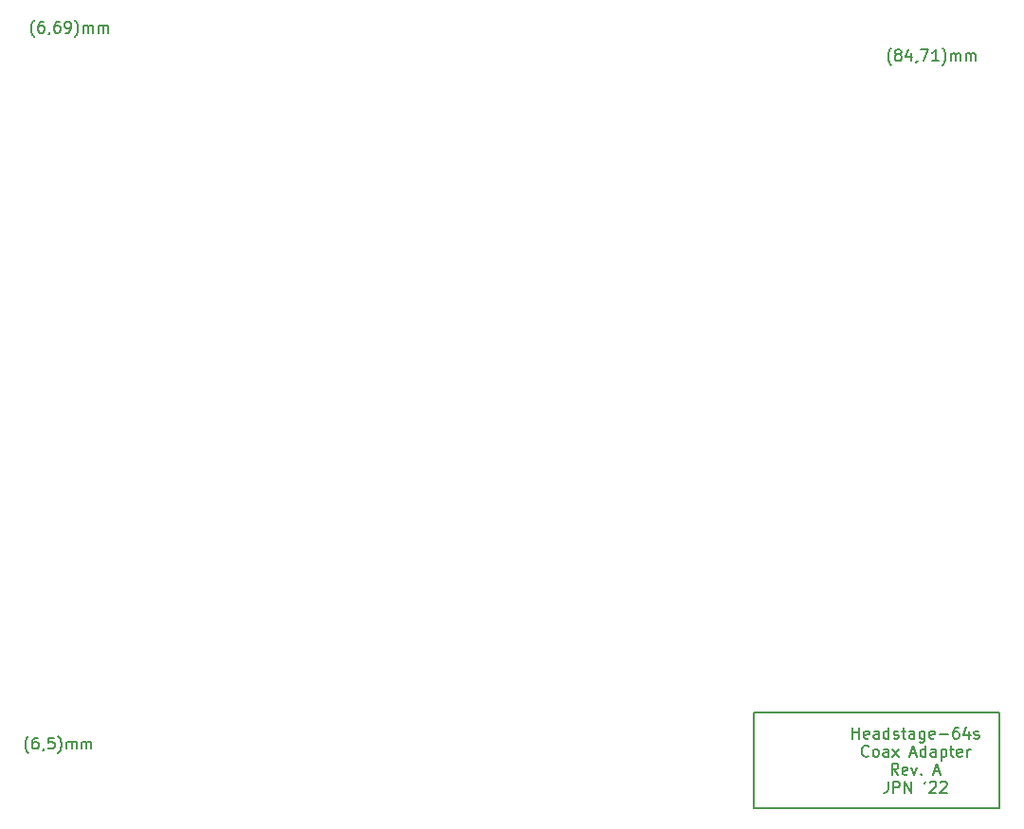
<source format=gto>
%TF.GenerationSoftware,KiCad,Pcbnew,(6.0.0)*%
%TF.CreationDate,2022-01-23T05:48:29-08:00*%
%TF.ProjectId,headstage-64s-coax-adapter_panel,68656164-7374-4616-9765-2d3634732d63,A*%
%TF.SameCoordinates,Original*%
%TF.FileFunction,Legend,Top*%
%TF.FilePolarity,Positive*%
%FSLAX46Y46*%
G04 Gerber Fmt 4.6, Leading zero omitted, Abs format (unit mm)*
G04 Created by KiCad (PCBNEW (6.0.0)) date 2022-01-23 05:48:29*
%MOMM*%
%LPD*%
G01*
G04 APERTURE LIST*
%ADD10C,0.150000*%
G04 APERTURE END LIST*
D10*
X205310000Y-115580000D02*
X227200000Y-115580000D01*
X227200000Y-115580000D02*
X227200000Y-124120000D01*
X227200000Y-124120000D02*
X205310000Y-124120000D01*
X205310000Y-124120000D02*
X205310000Y-115580000D01*
X140533333Y-119183333D02*
X140485714Y-119135714D01*
X140390476Y-118992857D01*
X140342857Y-118897619D01*
X140295238Y-118754761D01*
X140247619Y-118516666D01*
X140247619Y-118326190D01*
X140295238Y-118088095D01*
X140342857Y-117945238D01*
X140390476Y-117850000D01*
X140485714Y-117707142D01*
X140533333Y-117659523D01*
X141342857Y-117802380D02*
X141152380Y-117802380D01*
X141057142Y-117850000D01*
X141009523Y-117897619D01*
X140914285Y-118040476D01*
X140866666Y-118230952D01*
X140866666Y-118611904D01*
X140914285Y-118707142D01*
X140961904Y-118754761D01*
X141057142Y-118802380D01*
X141247619Y-118802380D01*
X141342857Y-118754761D01*
X141390476Y-118707142D01*
X141438095Y-118611904D01*
X141438095Y-118373809D01*
X141390476Y-118278571D01*
X141342857Y-118230952D01*
X141247619Y-118183333D01*
X141057142Y-118183333D01*
X140961904Y-118230952D01*
X140914285Y-118278571D01*
X140866666Y-118373809D01*
X141914285Y-118754761D02*
X141914285Y-118802380D01*
X141866666Y-118897619D01*
X141819047Y-118945238D01*
X142819047Y-117802380D02*
X142342857Y-117802380D01*
X142295238Y-118278571D01*
X142342857Y-118230952D01*
X142438095Y-118183333D01*
X142676190Y-118183333D01*
X142771428Y-118230952D01*
X142819047Y-118278571D01*
X142866666Y-118373809D01*
X142866666Y-118611904D01*
X142819047Y-118707142D01*
X142771428Y-118754761D01*
X142676190Y-118802380D01*
X142438095Y-118802380D01*
X142342857Y-118754761D01*
X142295238Y-118707142D01*
X143200000Y-119183333D02*
X143247619Y-119135714D01*
X143342857Y-118992857D01*
X143390476Y-118897619D01*
X143438095Y-118754761D01*
X143485714Y-118516666D01*
X143485714Y-118326190D01*
X143438095Y-118088095D01*
X143390476Y-117945238D01*
X143342857Y-117850000D01*
X143247619Y-117707142D01*
X143200000Y-117659523D01*
X143961904Y-118802380D02*
X143961904Y-118135714D01*
X143961904Y-118230952D02*
X144009523Y-118183333D01*
X144104761Y-118135714D01*
X144247619Y-118135714D01*
X144342857Y-118183333D01*
X144390476Y-118278571D01*
X144390476Y-118802380D01*
X144390476Y-118278571D02*
X144438095Y-118183333D01*
X144533333Y-118135714D01*
X144676190Y-118135714D01*
X144771428Y-118183333D01*
X144819047Y-118278571D01*
X144819047Y-118802380D01*
X145295238Y-118802380D02*
X145295238Y-118135714D01*
X145295238Y-118230952D02*
X145342857Y-118183333D01*
X145438095Y-118135714D01*
X145580952Y-118135714D01*
X145676190Y-118183333D01*
X145723809Y-118278571D01*
X145723809Y-118802380D01*
X145723809Y-118278571D02*
X145771428Y-118183333D01*
X145866666Y-118135714D01*
X146009523Y-118135714D01*
X146104761Y-118183333D01*
X146152380Y-118278571D01*
X146152380Y-118802380D01*
X141057142Y-55183333D02*
X141009523Y-55135714D01*
X140914285Y-54992857D01*
X140866666Y-54897619D01*
X140819047Y-54754761D01*
X140771428Y-54516666D01*
X140771428Y-54326190D01*
X140819047Y-54088095D01*
X140866666Y-53945238D01*
X140914285Y-53850000D01*
X141009523Y-53707142D01*
X141057142Y-53659523D01*
X141866666Y-53802380D02*
X141676190Y-53802380D01*
X141580952Y-53850000D01*
X141533333Y-53897619D01*
X141438095Y-54040476D01*
X141390476Y-54230952D01*
X141390476Y-54611904D01*
X141438095Y-54707142D01*
X141485714Y-54754761D01*
X141580952Y-54802380D01*
X141771428Y-54802380D01*
X141866666Y-54754761D01*
X141914285Y-54707142D01*
X141961904Y-54611904D01*
X141961904Y-54373809D01*
X141914285Y-54278571D01*
X141866666Y-54230952D01*
X141771428Y-54183333D01*
X141580952Y-54183333D01*
X141485714Y-54230952D01*
X141438095Y-54278571D01*
X141390476Y-54373809D01*
X142438095Y-54754761D02*
X142438095Y-54802380D01*
X142390476Y-54897619D01*
X142342857Y-54945238D01*
X143295238Y-53802380D02*
X143104761Y-53802380D01*
X143009523Y-53850000D01*
X142961904Y-53897619D01*
X142866666Y-54040476D01*
X142819047Y-54230952D01*
X142819047Y-54611904D01*
X142866666Y-54707142D01*
X142914285Y-54754761D01*
X143009523Y-54802380D01*
X143200000Y-54802380D01*
X143295238Y-54754761D01*
X143342857Y-54707142D01*
X143390476Y-54611904D01*
X143390476Y-54373809D01*
X143342857Y-54278571D01*
X143295238Y-54230952D01*
X143200000Y-54183333D01*
X143009523Y-54183333D01*
X142914285Y-54230952D01*
X142866666Y-54278571D01*
X142819047Y-54373809D01*
X143866666Y-54802380D02*
X144057142Y-54802380D01*
X144152380Y-54754761D01*
X144200000Y-54707142D01*
X144295238Y-54564285D01*
X144342857Y-54373809D01*
X144342857Y-53992857D01*
X144295238Y-53897619D01*
X144247619Y-53850000D01*
X144152380Y-53802380D01*
X143961904Y-53802380D01*
X143866666Y-53850000D01*
X143819047Y-53897619D01*
X143771428Y-53992857D01*
X143771428Y-54230952D01*
X143819047Y-54326190D01*
X143866666Y-54373809D01*
X143961904Y-54421428D01*
X144152380Y-54421428D01*
X144247619Y-54373809D01*
X144295238Y-54326190D01*
X144342857Y-54230952D01*
X144676190Y-55183333D02*
X144723809Y-55135714D01*
X144819047Y-54992857D01*
X144866666Y-54897619D01*
X144914285Y-54754761D01*
X144961904Y-54516666D01*
X144961904Y-54326190D01*
X144914285Y-54088095D01*
X144866666Y-53945238D01*
X144819047Y-53850000D01*
X144723809Y-53707142D01*
X144676190Y-53659523D01*
X145438095Y-54802380D02*
X145438095Y-54135714D01*
X145438095Y-54230952D02*
X145485714Y-54183333D01*
X145580952Y-54135714D01*
X145723809Y-54135714D01*
X145819047Y-54183333D01*
X145866666Y-54278571D01*
X145866666Y-54802380D01*
X145866666Y-54278571D02*
X145914285Y-54183333D01*
X146009523Y-54135714D01*
X146152380Y-54135714D01*
X146247619Y-54183333D01*
X146295238Y-54278571D01*
X146295238Y-54802380D01*
X146771428Y-54802380D02*
X146771428Y-54135714D01*
X146771428Y-54230952D02*
X146819047Y-54183333D01*
X146914285Y-54135714D01*
X147057142Y-54135714D01*
X147152380Y-54183333D01*
X147200000Y-54278571D01*
X147200000Y-54802380D01*
X147200000Y-54278571D02*
X147247619Y-54183333D01*
X147342857Y-54135714D01*
X147485714Y-54135714D01*
X147580952Y-54183333D01*
X147628571Y-54278571D01*
X147628571Y-54802380D01*
X214130952Y-117887380D02*
X214130952Y-116887380D01*
X214130952Y-117363571D02*
X214702380Y-117363571D01*
X214702380Y-117887380D02*
X214702380Y-116887380D01*
X215559523Y-117839761D02*
X215464285Y-117887380D01*
X215273809Y-117887380D01*
X215178571Y-117839761D01*
X215130952Y-117744523D01*
X215130952Y-117363571D01*
X215178571Y-117268333D01*
X215273809Y-117220714D01*
X215464285Y-117220714D01*
X215559523Y-117268333D01*
X215607142Y-117363571D01*
X215607142Y-117458809D01*
X215130952Y-117554047D01*
X216464285Y-117887380D02*
X216464285Y-117363571D01*
X216416666Y-117268333D01*
X216321428Y-117220714D01*
X216130952Y-117220714D01*
X216035714Y-117268333D01*
X216464285Y-117839761D02*
X216369047Y-117887380D01*
X216130952Y-117887380D01*
X216035714Y-117839761D01*
X215988095Y-117744523D01*
X215988095Y-117649285D01*
X216035714Y-117554047D01*
X216130952Y-117506428D01*
X216369047Y-117506428D01*
X216464285Y-117458809D01*
X217369047Y-117887380D02*
X217369047Y-116887380D01*
X217369047Y-117839761D02*
X217273809Y-117887380D01*
X217083333Y-117887380D01*
X216988095Y-117839761D01*
X216940476Y-117792142D01*
X216892857Y-117696904D01*
X216892857Y-117411190D01*
X216940476Y-117315952D01*
X216988095Y-117268333D01*
X217083333Y-117220714D01*
X217273809Y-117220714D01*
X217369047Y-117268333D01*
X217797619Y-117839761D02*
X217892857Y-117887380D01*
X218083333Y-117887380D01*
X218178571Y-117839761D01*
X218226190Y-117744523D01*
X218226190Y-117696904D01*
X218178571Y-117601666D01*
X218083333Y-117554047D01*
X217940476Y-117554047D01*
X217845238Y-117506428D01*
X217797619Y-117411190D01*
X217797619Y-117363571D01*
X217845238Y-117268333D01*
X217940476Y-117220714D01*
X218083333Y-117220714D01*
X218178571Y-117268333D01*
X218511904Y-117220714D02*
X218892857Y-117220714D01*
X218654761Y-116887380D02*
X218654761Y-117744523D01*
X218702380Y-117839761D01*
X218797619Y-117887380D01*
X218892857Y-117887380D01*
X219654761Y-117887380D02*
X219654761Y-117363571D01*
X219607142Y-117268333D01*
X219511904Y-117220714D01*
X219321428Y-117220714D01*
X219226190Y-117268333D01*
X219654761Y-117839761D02*
X219559523Y-117887380D01*
X219321428Y-117887380D01*
X219226190Y-117839761D01*
X219178571Y-117744523D01*
X219178571Y-117649285D01*
X219226190Y-117554047D01*
X219321428Y-117506428D01*
X219559523Y-117506428D01*
X219654761Y-117458809D01*
X220559523Y-117220714D02*
X220559523Y-118030238D01*
X220511904Y-118125476D01*
X220464285Y-118173095D01*
X220369047Y-118220714D01*
X220226190Y-118220714D01*
X220130952Y-118173095D01*
X220559523Y-117839761D02*
X220464285Y-117887380D01*
X220273809Y-117887380D01*
X220178571Y-117839761D01*
X220130952Y-117792142D01*
X220083333Y-117696904D01*
X220083333Y-117411190D01*
X220130952Y-117315952D01*
X220178571Y-117268333D01*
X220273809Y-117220714D01*
X220464285Y-117220714D01*
X220559523Y-117268333D01*
X221416666Y-117839761D02*
X221321428Y-117887380D01*
X221130952Y-117887380D01*
X221035714Y-117839761D01*
X220988095Y-117744523D01*
X220988095Y-117363571D01*
X221035714Y-117268333D01*
X221130952Y-117220714D01*
X221321428Y-117220714D01*
X221416666Y-117268333D01*
X221464285Y-117363571D01*
X221464285Y-117458809D01*
X220988095Y-117554047D01*
X221892857Y-117506428D02*
X222654761Y-117506428D01*
X223559523Y-116887380D02*
X223369047Y-116887380D01*
X223273809Y-116935000D01*
X223226190Y-116982619D01*
X223130952Y-117125476D01*
X223083333Y-117315952D01*
X223083333Y-117696904D01*
X223130952Y-117792142D01*
X223178571Y-117839761D01*
X223273809Y-117887380D01*
X223464285Y-117887380D01*
X223559523Y-117839761D01*
X223607142Y-117792142D01*
X223654761Y-117696904D01*
X223654761Y-117458809D01*
X223607142Y-117363571D01*
X223559523Y-117315952D01*
X223464285Y-117268333D01*
X223273809Y-117268333D01*
X223178571Y-117315952D01*
X223130952Y-117363571D01*
X223083333Y-117458809D01*
X224511904Y-117220714D02*
X224511904Y-117887380D01*
X224273809Y-116839761D02*
X224035714Y-117554047D01*
X224654761Y-117554047D01*
X224988095Y-117839761D02*
X225083333Y-117887380D01*
X225273809Y-117887380D01*
X225369047Y-117839761D01*
X225416666Y-117744523D01*
X225416666Y-117696904D01*
X225369047Y-117601666D01*
X225273809Y-117554047D01*
X225130952Y-117554047D01*
X225035714Y-117506428D01*
X224988095Y-117411190D01*
X224988095Y-117363571D01*
X225035714Y-117268333D01*
X225130952Y-117220714D01*
X225273809Y-117220714D01*
X225369047Y-117268333D01*
X215559523Y-119402142D02*
X215511904Y-119449761D01*
X215369047Y-119497380D01*
X215273809Y-119497380D01*
X215130952Y-119449761D01*
X215035714Y-119354523D01*
X214988095Y-119259285D01*
X214940476Y-119068809D01*
X214940476Y-118925952D01*
X214988095Y-118735476D01*
X215035714Y-118640238D01*
X215130952Y-118545000D01*
X215273809Y-118497380D01*
X215369047Y-118497380D01*
X215511904Y-118545000D01*
X215559523Y-118592619D01*
X216130952Y-119497380D02*
X216035714Y-119449761D01*
X215988095Y-119402142D01*
X215940476Y-119306904D01*
X215940476Y-119021190D01*
X215988095Y-118925952D01*
X216035714Y-118878333D01*
X216130952Y-118830714D01*
X216273809Y-118830714D01*
X216369047Y-118878333D01*
X216416666Y-118925952D01*
X216464285Y-119021190D01*
X216464285Y-119306904D01*
X216416666Y-119402142D01*
X216369047Y-119449761D01*
X216273809Y-119497380D01*
X216130952Y-119497380D01*
X217321428Y-119497380D02*
X217321428Y-118973571D01*
X217273809Y-118878333D01*
X217178571Y-118830714D01*
X216988095Y-118830714D01*
X216892857Y-118878333D01*
X217321428Y-119449761D02*
X217226190Y-119497380D01*
X216988095Y-119497380D01*
X216892857Y-119449761D01*
X216845238Y-119354523D01*
X216845238Y-119259285D01*
X216892857Y-119164047D01*
X216988095Y-119116428D01*
X217226190Y-119116428D01*
X217321428Y-119068809D01*
X217702380Y-119497380D02*
X218226190Y-118830714D01*
X217702380Y-118830714D02*
X218226190Y-119497380D01*
X219321428Y-119211666D02*
X219797619Y-119211666D01*
X219226190Y-119497380D02*
X219559523Y-118497380D01*
X219892857Y-119497380D01*
X220654761Y-119497380D02*
X220654761Y-118497380D01*
X220654761Y-119449761D02*
X220559523Y-119497380D01*
X220369047Y-119497380D01*
X220273809Y-119449761D01*
X220226190Y-119402142D01*
X220178571Y-119306904D01*
X220178571Y-119021190D01*
X220226190Y-118925952D01*
X220273809Y-118878333D01*
X220369047Y-118830714D01*
X220559523Y-118830714D01*
X220654761Y-118878333D01*
X221559523Y-119497380D02*
X221559523Y-118973571D01*
X221511904Y-118878333D01*
X221416666Y-118830714D01*
X221226190Y-118830714D01*
X221130952Y-118878333D01*
X221559523Y-119449761D02*
X221464285Y-119497380D01*
X221226190Y-119497380D01*
X221130952Y-119449761D01*
X221083333Y-119354523D01*
X221083333Y-119259285D01*
X221130952Y-119164047D01*
X221226190Y-119116428D01*
X221464285Y-119116428D01*
X221559523Y-119068809D01*
X222035714Y-118830714D02*
X222035714Y-119830714D01*
X222035714Y-118878333D02*
X222130952Y-118830714D01*
X222321428Y-118830714D01*
X222416666Y-118878333D01*
X222464285Y-118925952D01*
X222511904Y-119021190D01*
X222511904Y-119306904D01*
X222464285Y-119402142D01*
X222416666Y-119449761D01*
X222321428Y-119497380D01*
X222130952Y-119497380D01*
X222035714Y-119449761D01*
X222797619Y-118830714D02*
X223178571Y-118830714D01*
X222940476Y-118497380D02*
X222940476Y-119354523D01*
X222988095Y-119449761D01*
X223083333Y-119497380D01*
X223178571Y-119497380D01*
X223892857Y-119449761D02*
X223797619Y-119497380D01*
X223607142Y-119497380D01*
X223511904Y-119449761D01*
X223464285Y-119354523D01*
X223464285Y-118973571D01*
X223511904Y-118878333D01*
X223607142Y-118830714D01*
X223797619Y-118830714D01*
X223892857Y-118878333D01*
X223940476Y-118973571D01*
X223940476Y-119068809D01*
X223464285Y-119164047D01*
X224369047Y-119497380D02*
X224369047Y-118830714D01*
X224369047Y-119021190D02*
X224416666Y-118925952D01*
X224464285Y-118878333D01*
X224559523Y-118830714D01*
X224654761Y-118830714D01*
X218202380Y-121107380D02*
X217869047Y-120631190D01*
X217630952Y-121107380D02*
X217630952Y-120107380D01*
X218011904Y-120107380D01*
X218107142Y-120155000D01*
X218154761Y-120202619D01*
X218202380Y-120297857D01*
X218202380Y-120440714D01*
X218154761Y-120535952D01*
X218107142Y-120583571D01*
X218011904Y-120631190D01*
X217630952Y-120631190D01*
X219011904Y-121059761D02*
X218916666Y-121107380D01*
X218726190Y-121107380D01*
X218630952Y-121059761D01*
X218583333Y-120964523D01*
X218583333Y-120583571D01*
X218630952Y-120488333D01*
X218726190Y-120440714D01*
X218916666Y-120440714D01*
X219011904Y-120488333D01*
X219059523Y-120583571D01*
X219059523Y-120678809D01*
X218583333Y-120774047D01*
X219392857Y-120440714D02*
X219630952Y-121107380D01*
X219869047Y-120440714D01*
X220250000Y-121012142D02*
X220297619Y-121059761D01*
X220250000Y-121107380D01*
X220202380Y-121059761D01*
X220250000Y-121012142D01*
X220250000Y-121107380D01*
X221440476Y-120821666D02*
X221916666Y-120821666D01*
X221345238Y-121107380D02*
X221678571Y-120107380D01*
X222011904Y-121107380D01*
X217297619Y-121717380D02*
X217297619Y-122431666D01*
X217250000Y-122574523D01*
X217154761Y-122669761D01*
X217011904Y-122717380D01*
X216916666Y-122717380D01*
X217773809Y-122717380D02*
X217773809Y-121717380D01*
X218154761Y-121717380D01*
X218250000Y-121765000D01*
X218297619Y-121812619D01*
X218345238Y-121907857D01*
X218345238Y-122050714D01*
X218297619Y-122145952D01*
X218250000Y-122193571D01*
X218154761Y-122241190D01*
X217773809Y-122241190D01*
X218773809Y-122717380D02*
X218773809Y-121717380D01*
X219345238Y-122717380D01*
X219345238Y-121717380D01*
X220630952Y-121717380D02*
X220535714Y-121907857D01*
X221011904Y-121812619D02*
X221059523Y-121765000D01*
X221154761Y-121717380D01*
X221392857Y-121717380D01*
X221488095Y-121765000D01*
X221535714Y-121812619D01*
X221583333Y-121907857D01*
X221583333Y-122003095D01*
X221535714Y-122145952D01*
X220964285Y-122717380D01*
X221583333Y-122717380D01*
X221964285Y-121812619D02*
X222011904Y-121765000D01*
X222107142Y-121717380D01*
X222345238Y-121717380D01*
X222440476Y-121765000D01*
X222488095Y-121812619D01*
X222535714Y-121907857D01*
X222535714Y-122003095D01*
X222488095Y-122145952D01*
X221916666Y-122717380D01*
X222535714Y-122717380D01*
X217580952Y-57683333D02*
X217533333Y-57635714D01*
X217438095Y-57492857D01*
X217390476Y-57397619D01*
X217342857Y-57254761D01*
X217295238Y-57016666D01*
X217295238Y-56826190D01*
X217342857Y-56588095D01*
X217390476Y-56445238D01*
X217438095Y-56350000D01*
X217533333Y-56207142D01*
X217580952Y-56159523D01*
X218104761Y-56730952D02*
X218009523Y-56683333D01*
X217961904Y-56635714D01*
X217914285Y-56540476D01*
X217914285Y-56492857D01*
X217961904Y-56397619D01*
X218009523Y-56350000D01*
X218104761Y-56302380D01*
X218295238Y-56302380D01*
X218390476Y-56350000D01*
X218438095Y-56397619D01*
X218485714Y-56492857D01*
X218485714Y-56540476D01*
X218438095Y-56635714D01*
X218390476Y-56683333D01*
X218295238Y-56730952D01*
X218104761Y-56730952D01*
X218009523Y-56778571D01*
X217961904Y-56826190D01*
X217914285Y-56921428D01*
X217914285Y-57111904D01*
X217961904Y-57207142D01*
X218009523Y-57254761D01*
X218104761Y-57302380D01*
X218295238Y-57302380D01*
X218390476Y-57254761D01*
X218438095Y-57207142D01*
X218485714Y-57111904D01*
X218485714Y-56921428D01*
X218438095Y-56826190D01*
X218390476Y-56778571D01*
X218295238Y-56730952D01*
X219342857Y-56635714D02*
X219342857Y-57302380D01*
X219104761Y-56254761D02*
X218866666Y-56969047D01*
X219485714Y-56969047D01*
X219914285Y-57254761D02*
X219914285Y-57302380D01*
X219866666Y-57397619D01*
X219819047Y-57445238D01*
X220247619Y-56302380D02*
X220914285Y-56302380D01*
X220485714Y-57302380D01*
X221819047Y-57302380D02*
X221247619Y-57302380D01*
X221533333Y-57302380D02*
X221533333Y-56302380D01*
X221438095Y-56445238D01*
X221342857Y-56540476D01*
X221247619Y-56588095D01*
X222152380Y-57683333D02*
X222200000Y-57635714D01*
X222295238Y-57492857D01*
X222342857Y-57397619D01*
X222390476Y-57254761D01*
X222438095Y-57016666D01*
X222438095Y-56826190D01*
X222390476Y-56588095D01*
X222342857Y-56445238D01*
X222295238Y-56350000D01*
X222200000Y-56207142D01*
X222152380Y-56159523D01*
X222914285Y-57302380D02*
X222914285Y-56635714D01*
X222914285Y-56730952D02*
X222961904Y-56683333D01*
X223057142Y-56635714D01*
X223200000Y-56635714D01*
X223295238Y-56683333D01*
X223342857Y-56778571D01*
X223342857Y-57302380D01*
X223342857Y-56778571D02*
X223390476Y-56683333D01*
X223485714Y-56635714D01*
X223628571Y-56635714D01*
X223723809Y-56683333D01*
X223771428Y-56778571D01*
X223771428Y-57302380D01*
X224247619Y-57302380D02*
X224247619Y-56635714D01*
X224247619Y-56730952D02*
X224295238Y-56683333D01*
X224390476Y-56635714D01*
X224533333Y-56635714D01*
X224628571Y-56683333D01*
X224676190Y-56778571D01*
X224676190Y-57302380D01*
X224676190Y-56778571D02*
X224723809Y-56683333D01*
X224819047Y-56635714D01*
X224961904Y-56635714D01*
X225057142Y-56683333D01*
X225104761Y-56778571D01*
X225104761Y-57302380D01*
%TO.C,*%
%TD*%
M02*

</source>
